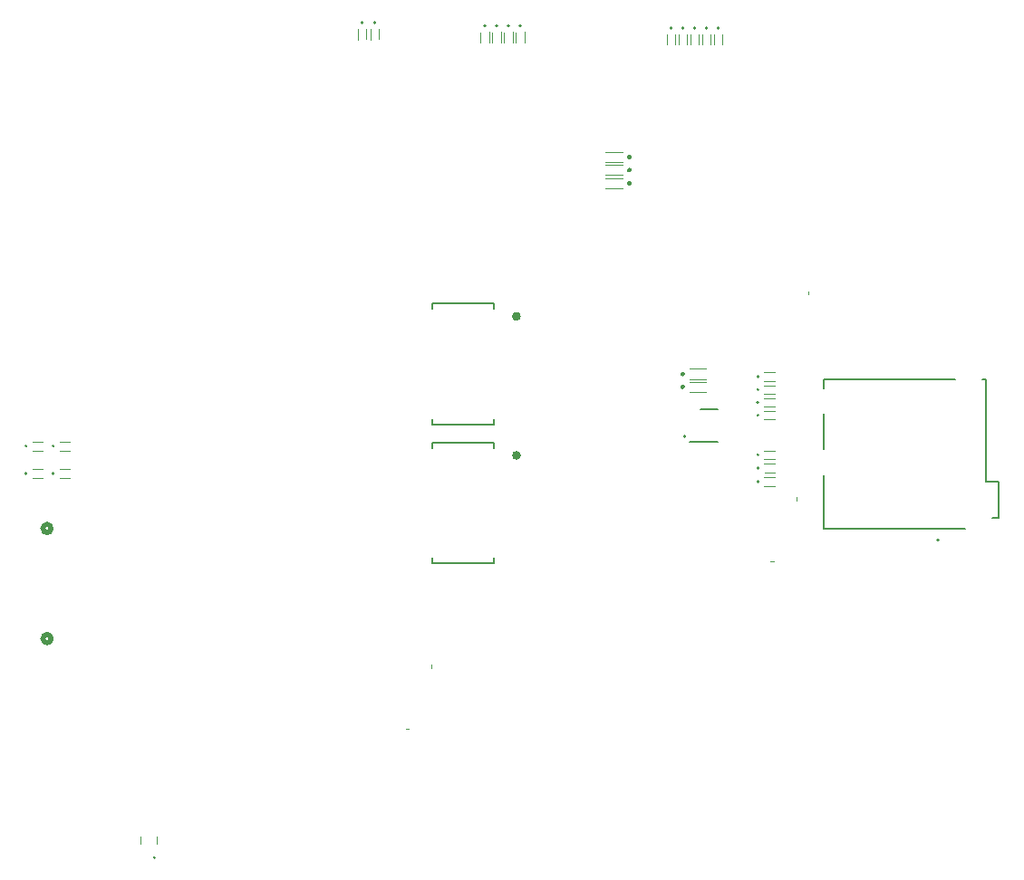
<source format=gbo>
G04*
G04 #@! TF.GenerationSoftware,Altium Limited,Altium Designer,18.1.6 (161)*
G04*
G04 Layer_Color=32896*
%FSTAX24Y24*%
%MOIN*%
G70*
G01*
G75*
%ADD10C,0.0060*%
%ADD11C,0.0059*%
%ADD13C,0.0157*%
%ADD14C,0.0079*%
%ADD16C,0.0200*%
%ADD19C,0.0039*%
%ADD20C,0.0050*%
%ADD21C,0.0020*%
D10*
X03318Y017008D02*
G03*
X03318Y017008I-00003J0D01*
G01*
D11*
X028465Y03215D02*
G03*
X028465Y03215I-00003J0D01*
G01*
X029469Y031142D02*
G03*
X029469Y031142I-00003J0D01*
G01*
X028465D02*
G03*
X028465Y031142I-00003J0D01*
G01*
X029469Y03215D02*
G03*
X029469Y03215I-00003J0D01*
G01*
X055384Y030846D02*
G03*
X055384Y030846I-00003J0D01*
G01*
X055394Y031339D02*
G03*
X055394Y031339I-00003J0D01*
G01*
X055384Y031831D02*
G03*
X055384Y031831I-00003J0D01*
G01*
X055384Y033287D02*
G03*
X055384Y033287I-00003J0D01*
G01*
X055384Y03376D02*
G03*
X055384Y03376I-00003J0D01*
G01*
Y034232D02*
G03*
X055384Y034232I-00003J0D01*
G01*
Y034705D02*
G03*
X055384Y034705I-00003J0D01*
G01*
X052628Y047549D02*
G03*
X052628Y047549I-00003J0D01*
G01*
X053494D02*
G03*
X053494Y047549I-00003J0D01*
G01*
X053061D02*
G03*
X053061Y047549I-00003J0D01*
G01*
X052195D02*
G03*
X052195Y047549I-00003J0D01*
G01*
X053927D02*
G03*
X053927Y047549I-00003J0D01*
G01*
X046644Y047628D02*
G03*
X046644Y047628I-00003J0D01*
G01*
X046211D02*
G03*
X046211Y047628I-00003J0D01*
G01*
X045778D02*
G03*
X045778Y047628I-00003J0D01*
G01*
X045344D02*
G03*
X045344Y047628I-00003J0D01*
G01*
X041289Y047746D02*
G03*
X041289Y047746I-00003J0D01*
G01*
X040817D02*
G03*
X040817Y047746I-00003J0D01*
G01*
X053261Y033513D02*
X053891D01*
X052852Y032323D02*
X053876D01*
D13*
X046558Y031809D02*
G03*
X046558Y031809I-000082J0D01*
G01*
X05063Y042793D02*
G03*
X05063Y042793I-000008J0D01*
G01*
X046558Y036927D02*
G03*
X046558Y036927I-000082J0D01*
G01*
X052594Y034805D02*
G03*
X052594Y034805I-000008J0D01*
G01*
X052594Y034333D02*
G03*
X052594Y034333I-000008J0D01*
G01*
X05063Y042321D02*
G03*
X05063Y042321I-000008J0D01*
G01*
Y041828D02*
G03*
X05063Y041828I-000008J0D01*
G01*
D14*
X062018Y028691D02*
G03*
X062018Y028691I-000039J0D01*
G01*
X0527Y032513D02*
G03*
X0527Y032513I-000039J0D01*
G01*
D16*
X029358Y025063D02*
G03*
X029358Y025063I-00015J0D01*
G01*
Y029118D02*
G03*
X029358Y029118I-00015J0D01*
G01*
D19*
X028666Y032307D02*
X02905D01*
X028671Y031992D02*
X029055D01*
X029675Y030984D02*
X030059D01*
X02967Y031299D02*
X030054D01*
X028671Y030984D02*
X029055D01*
X028666Y031299D02*
X02905D01*
X02967Y032307D02*
X030054D01*
X029675Y031992D02*
X030059D01*
X049756Y04299D02*
X050366D01*
X049755Y042601D02*
X050365D01*
X055591Y030689D02*
X055974D01*
X055586Y031004D02*
X055969D01*
X0556Y031181D02*
X055984D01*
X055595Y031496D02*
X055979D01*
X055591Y031673D02*
X055974D01*
X055586Y031988D02*
X055969D01*
X055591Y03313D02*
X055974D01*
X055586Y033445D02*
X055969D01*
X055591Y033602D02*
X055974D01*
X055586Y033917D02*
X055969D01*
X055591Y034075D02*
X055974D01*
X055586Y03439D02*
X055969D01*
X055591Y034547D02*
X055974D01*
X055586Y034862D02*
X055969D01*
X033248Y0175D02*
Y017779D01*
X032648Y0175D02*
Y017779D01*
X052842Y034609D02*
X053452D01*
X052843Y034998D02*
X053453D01*
X052843Y034525D02*
X053453D01*
X052842Y034136D02*
X053452D01*
X052441Y046929D02*
Y047313D01*
X052756Y046934D02*
Y047318D01*
X053307Y046929D02*
Y047313D01*
X053622Y046934D02*
Y047318D01*
X052874Y046929D02*
Y047313D01*
X053189Y046934D02*
Y047318D01*
X052008Y046929D02*
Y047313D01*
X052323Y046934D02*
Y047318D01*
X05374Y046929D02*
Y047313D01*
X054055Y046934D02*
Y047318D01*
X046457Y047008D02*
Y047392D01*
X046772Y047013D02*
Y047397D01*
X046024Y047008D02*
Y047392D01*
X046339Y047013D02*
Y047397D01*
X045591Y047008D02*
Y047392D01*
X045906Y047013D02*
Y047397D01*
X045157Y047008D02*
Y047392D01*
X045472Y047013D02*
Y047397D01*
X041102Y047126D02*
Y04751D01*
X041417Y047131D02*
Y047515D01*
X04063Y047126D02*
Y04751D01*
X040945Y047131D02*
Y047515D01*
X049755Y042128D02*
X050365D01*
X049756Y042517D02*
X050366D01*
X049756Y042025D02*
X050366D01*
X049755Y041636D02*
X050365D01*
D20*
X057766Y032045D02*
Y033329D01*
Y034289D02*
Y034616D01*
Y029104D02*
Y031085D01*
Y029104D02*
X062994D01*
X06375Y030856D02*
Y034616D01*
X057766D02*
X0626D01*
X0636D02*
X06375D01*
Y030856D02*
X064222D01*
Y029498D02*
Y030856D01*
X063994Y029498D02*
X064222D01*
X043366Y027829D02*
X04565D01*
X043366Y032082D02*
Y032289D01*
Y027829D02*
Y028036D01*
X04565Y027829D02*
Y028036D01*
Y032082D02*
Y032289D01*
X043366D02*
X04565D01*
X043366Y037407D02*
X04565D01*
Y0372D02*
Y037407D01*
Y032947D02*
Y033154D01*
X043366Y032947D02*
Y033154D01*
Y0372D02*
Y037407D01*
Y032947D02*
X04565D01*
D21*
X056762Y030148D02*
Y030266D01*
X055817Y027913D02*
X055935D01*
X043354Y023988D02*
Y024106D01*
X042409Y021754D02*
X042528D01*
X057224Y037736D02*
Y037854D01*
M02*

</source>
